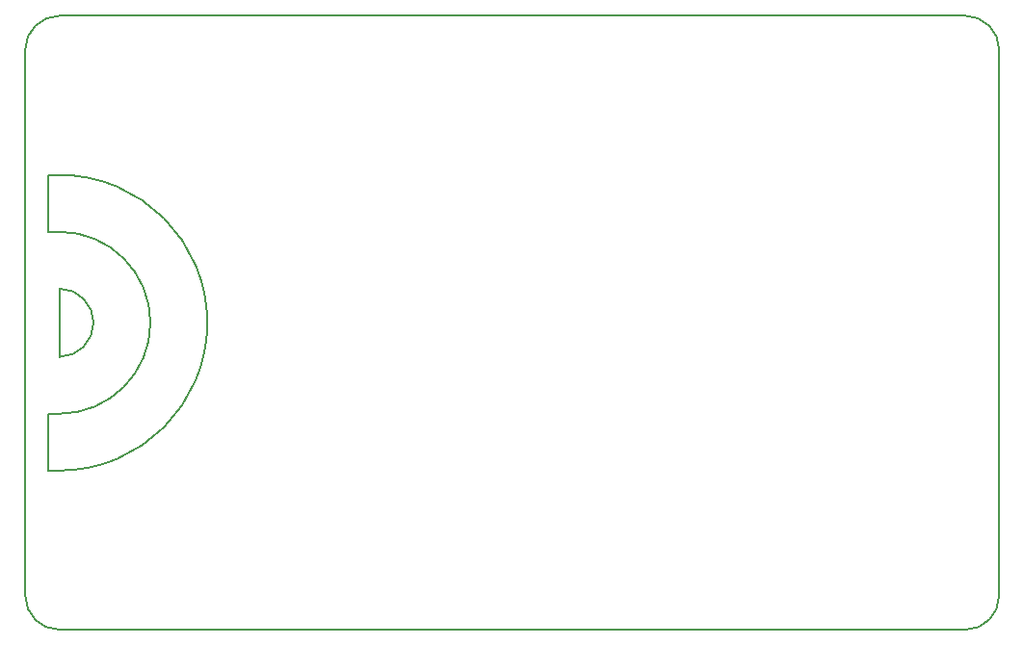
<source format=gbr>
G04 #@! TF.FileFunction,Profile,NP*
%FSLAX46Y46*%
G04 Gerber Fmt 4.6, Leading zero omitted, Abs format (unit mm)*
G04 Created by KiCad (PCBNEW 4.0.2-stable) date 8/18/2017 5:33:59 PM*
%MOMM*%
G01*
G04 APERTURE LIST*
%ADD10C,0.152400*%
%ADD11C,0.150000*%
G04 APERTURE END LIST*
D10*
D11*
X46000000Y-57000000D02*
G75*
G03X33000000Y-44000000I-13000000J0D01*
G01*
X32000000Y-70000000D02*
X33000000Y-70000000D01*
X30000000Y-33000000D02*
X30000000Y-81000000D01*
X112600000Y-84000000D02*
X33000000Y-84000000D01*
X112600000Y-84000000D02*
G75*
G03X115600000Y-81000000I0J3000000D01*
G01*
X115600000Y-33000000D02*
X115600000Y-81000000D01*
X115600000Y-33000000D02*
G75*
G03X112600000Y-30000000I-3000000J0D01*
G01*
X33000000Y-30000000D02*
X112600000Y-30000000D01*
X30000000Y-81000000D02*
G75*
G03X33000000Y-84000000I3000000J0D01*
G01*
X33000000Y-30000000D02*
G75*
G03X30000000Y-33000000I0J-3000000D01*
G01*
X32000000Y-65000000D02*
X32000000Y-70000000D01*
X33000000Y-65000000D02*
X32000000Y-65000000D01*
X32000000Y-49000000D02*
X33000000Y-49000000D01*
X32000000Y-44000000D02*
X32000000Y-49000000D01*
X33000000Y-44000000D02*
X32000000Y-44000000D01*
X33000000Y-70000000D02*
G75*
G03X46000000Y-57000000I0J13000000D01*
G01*
X33000000Y-65000000D02*
G75*
G03X41000000Y-57000000I0J8000000D01*
G01*
X41000000Y-57000000D02*
G75*
G03X33000000Y-49000000I-8000000J0D01*
G01*
X33000000Y-54000000D02*
X33000000Y-60000000D01*
X33000000Y-60000000D02*
G75*
G03X36000000Y-57000000I0J3000000D01*
G01*
X36000000Y-57000000D02*
G75*
G03X33000000Y-54000000I-3000000J0D01*
G01*
M02*

</source>
